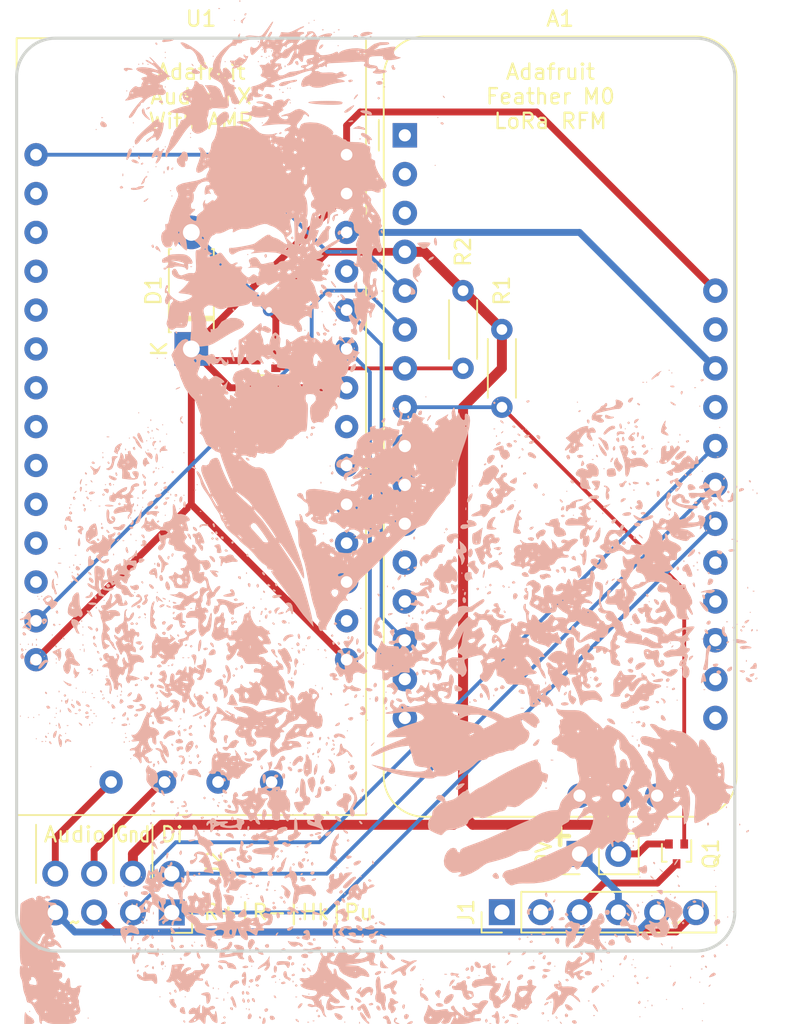
<source format=kicad_pcb>
(kicad_pcb (version 20211014) (generator pcbnew)
  (layers (0 "F.Cu" signal) (31 "B.Cu" signal) (34 "B.Paste" user) (35 "F.Paste" user) (36 "B.SilkS" user "B.Silkscreen") (37 "F.SilkS" user "F.Silkscreen") (38 "B.Mask" user) (39 "F.Mask" user) (44 "Edge.Cuts" user))
  (net 0 "")
  (net 4 "GND")
  (net 16 "ARST")
  (net 38 "AAct")
  (net 39 "AGATE")
  (net 42 "RGATE")
  (net 43 "Net-(U1-Pad24)")
  (net 44 "Net-(U1-Pad23)")
  (net 45 "SW_DIAL_PULSE")
  (net 46 "SW_DIAL")
  (net 47 "SW_HOOK")
  (net 51 "/9V Pow")
  (net 52 "/Audio L-")
  (net 53 "/Audio L+")
  (net 54 "/Audio VBUS")
  (net 55 "/Audio Vin")
  (net 56 "/Audio GND")
  (net 57 "/Ringer GND")
  (net 58 "/Ringer AC B")
  (net 59 "/Ringer AC A")
  (footprint "Resistor_THT:R_Axial_DIN0204_L3.6mm_D1.6mm_P5.08mm_Horizontal" (layer "F.Cu") (at 100.33 93.98 90)
    (fp_text reference "R1" (at 7.62 0 90) (layer "F.SilkS"))
    (fp_text value "3.3k")
    (pad "1" thru_hole circle (at 0 0 90) (size 1.4 1.4) (drill 0.7) (layers *.Cu *.Mask) (net 42 "RGATE"))
    (pad "2" thru_hole oval (at 5.08 0 90) (size 1.4 1.4) (drill 0.7) (layers *.Cu *.Mask) (net 4 "GND"))
  )
  (footprint "Resistor_THT:R_Axial_DIN0204_L3.6mm_D1.6mm_P5.08mm_Horizontal" (layer "F.Cu") (at 97.79 91.44 90)
    (fp_text reference "R2" (at 7.62 0 90) (layer "F.SilkS"))
    (fp_text value "3.3k")
    (pad "1" thru_hole circle (at 0 0 90) (size 1.4 1.4) (drill 0.7) (layers *.Cu *.Mask) (net 39 "AGATE"))
    (pad "2" thru_hole oval (at 5.08 0 90) (size 1.4 1.4) (drill 0.7) (layers *.Cu *.Mask) (net 4 "GND"))
  )
  (footprint "ld_components:Adafruit Audio FX + Amp" (layer "F.Cu") (at 80.01 77.47 -90)
    (fp_text reference "U1" (at -8.89 -0.635 unlocked) (layer "F.SilkS"))
    (fp_text value "Adafruit_Audio_FX_+_Amp")
    (pad "1" thru_hole circle (at 0 10.16 270) (size 1.524 1.524) (drill 0.762) (layers *.Cu *.Mask) (net 16 "ARST"))
    (pad "2" thru_hole circle (at 2.54 10.16 270) (size 1.524 1.524) (drill 0.762) (layers *.Cu *.Mask))
    (pad "3" thru_hole circle (at 5.08 10.16 270) (size 1.524 1.524) (drill 0.762) (layers *.Cu *.Mask))
    (pad "4" thru_hole circle (at 7.62 10.16 270) (size 1.524 1.524) (drill 0.762) (layers *.Cu *.Mask))
    (pad "5" thru_hole circle (at 10.16 10.16 270) (size 1.524 1.524) (drill 0.762) (layers *.Cu *.Mask))
    (pad "6" thru_hole circle (at 12.7 10.16 270) (size 1.524 1.524) (drill 0.762) (layers *.Cu *.Mask))
    (pad "7" thru_hole circle (at 15.24 10.16 270) (size 1.524 1.524) (drill 0.762) (layers *.Cu *.Mask))
    (pad "8" thru_hole circle (at 17.78 10.16 270) (size 1.524 1.524) (drill 0.762) (layers *.Cu *.Mask))
    (pad "9" thru_hole circle (at 20.32 10.16 270) (size 1.524 1.524) (drill 0.762) (layers *.Cu *.Mask))
    (pad "10" thru_hole circle (at 22.86 10.16 270) (size 1.524 1.524) (drill 0.762) (layers *.Cu *.Mask))
    (pad "11" thru_hole circle (at 25.4 10.16 270) (size 1.524 1.524) (drill 0.762) (layers *.Cu *.Mask))
    (pad "12" thru_hole circle (at 27.94 10.16 270) (size 1.524 1.524) (drill 0.762) (layers *.Cu *.Mask))
    (pad "13" thru_hole circle (at 30.48 10.16 270) (size 1.524 1.524) (drill 0.762) (layers *.Cu *.Mask) (net 38 "AAct"))
    (pad "14" thru_hole circle (at 33.02 10.16 270) (size 1.524 1.524) (drill 0.762) (layers *.Cu *.Mask) (net 56 "/Audio GND"))
    (pad "15" thru_hole circle (at 33.02 -10.16 270) (size 1.524 1.524) (drill 0.762) (layers *.Cu *.Mask) (net 56 "/Audio GND"))
    (pad "16" thru_hole circle (at 30.48 -10.16 270) (size 1.524 1.524) (drill 0.762) (layers *.Cu *.Mask))
    (pad "17" thru_hole circle (at 27.94 -10.16 270) (size 1.524 1.524) (drill 0.762) (layers *.Cu *.Mask))
    (pad "18" thru_hole circle (at 25.4 -10.16 270) (size 1.524 1.524) (drill 0.762) (layers *.Cu *.Mask) (net 56 "/Audio GND"))
    (pad "19" thru_hole circle (at 22.86 -10.16 270) (size 1.524 1.524) (drill 0.762) (layers *.Cu *.Mask))
    (pad "20" thru_hole circle (at 20.32 -10.16 270) (size 1.524 1.524) (drill 0.762) (layers *.Cu *.Mask))
    (pad "21" thru_hole circle (at 17.78 -10.16 270) (size 1.524 1.524) (drill 0.762) (layers *.Cu *.Mask))
    (pad "22" thru_hole circle (at 15.24 -10.16 270) (size 1.524 1.524) (drill 0.762) (layers *.Cu *.Mask) (net 56 "/Audio GND"))
    (pad "23" thru_hole circle (at 12.7 -10.16 270) (size 1.524 1.524) (drill 0.762) (layers *.Cu *.Mask) (net 44 "Net-(U1-Pad23)"))
    (pad "24" thru_hole circle (at 10.16 -10.16 270) (size 1.524 1.524) (drill 0.762) (layers *.Cu *.Mask) (net 43 "Net-(U1-Pad24)"))
    (pad "25" thru_hole circle (at 7.62 -10.16 270) (size 1.524 1.524) (drill 0.762) (layers *.Cu *.Mask))
    (pad "26" thru_hole circle (at 5.08 -10.16 270) (size 1.524 1.524) (drill 0.762) (layers *.Cu *.Mask) (net 54 "/Audio VBUS"))
    (pad "27" thru_hole circle (at 2.54 -10.16 270) (size 1.524 1.524) (drill 0.762) (layers *.Cu *.Mask) (net 56 "/Audio GND"))
    (pad "28" thru_hole circle (at 0 -10.16 270) (size 1.524 1.524) (drill 0.762) (layers *.Cu *.Mask) (net 55 "/Audio Vin"))
    (pad "29" thru_hole circle (at 41.02 5.25 270) (size 1.524 1.524) (drill 0.762) (layers *.Cu *.Mask) (net 53 "/Audio L+"))
    (pad "30" thru_hole circle (at 41.02 1.75 270) (size 1.524 1.524) (drill 0.762) (layers *.Cu *.Mask) (net 52 "/Audio L-"))
    (pad "31" thru_hole circle (at 41.02 -1.75 270) (size 1.524 1.524) (drill 0.762) (layers *.Cu *.Mask))
    (pad "32" thru_hole circle (at 41.02 -5.25 270) (size 1.524 1.524) (drill 0.762) (layers *.Cu *.Mask))
  )
  (footprint "Diode_THT:D_DO-41_SOD81_P7.62mm_Horizontal" (layer "F.Cu") (at 80.01 90.17 90)
    (fp_text reference "D1" (at 3.81 -2.47 90) (layer "F.SilkS"))
    (fp_text value "D_Schottky")
    (fp_text user "K" (at 0 -2.1 90) (layer "F.SilkS"))
    (pad "1" thru_hole rect (at 0 0 90) (size 2.2 2.2) (drill 1.1) (layers *.Cu *.Mask) (net 56 "/Audio GND"))
    (pad "2" thru_hole oval (at 7.62 0 90) (size 2.2 2.2) (drill 1.1) (layers *.Cu *.Mask) (net 4 "GND"))
  )
  (footprint "Package_TO_SOT_SMD:SOT-416" (layer "F.Cu") (at 84.89 90.932 180)
    (fp_text reference "Q2" (at 0 -2.25) (layer "F.SilkS"))
    (fp_text value "Q_NMOS_GSD")
    (pad "1" smd rect (at -0.65 -0.5 180) (size 0.6 0.5) (layers "F.Cu" "F.Paste" "F.Mask") (net 39 "AGATE"))
    (pad "2" smd rect (at -0.65 0.5 180) (size 0.6 0.5) (layers "F.Cu" "F.Paste" "F.Mask") (net 4 "GND"))
    (pad "3" smd rect (at 0.65 0 180) (size 0.6 0.5) (layers "F.Cu" "F.Paste" "F.Mask") (net 56 "/Audio GND"))
  )
  (footprint "Connector_PinHeader_2.54mm:PinHeader_1x06_P2.54mm_Vertical" (layer "F.Cu") (at 100.33 127 90)
    (fp_text reference "J1" (at 0 -2.33 90) (layer "F.SilkS"))
    (fp_text value "Ringer Module")
    (pad "1" thru_hole rect (at 0 0 90) (size 1.7 1.7) (drill 1) (layers *.Cu *.Mask))
    (pad "2" thru_hole oval (at 0 2.54 90) (size 1.7 1.7) (drill 1) (layers *.Cu *.Mask))
    (pad "3" thru_hole oval (at 0 5.08 90) (size 1.7 1.7) (drill 1) (layers *.Cu *.Mask) (net 57 "/Ringer GND"))
    (pad "4" thru_hole oval (at 0 7.62 90) (size 1.7 1.7) (drill 1) (layers *.Cu *.Mask) (net 51 "/9V Pow"))
    (pad "5" thru_hole oval (at 0 10.16 90) (size 1.7 1.7) (drill 1) (layers *.Cu *.Mask) (net 58 "/Ringer AC B"))
    (pad "6" thru_hole oval (at 0 12.7 90) (size 1.7 1.7) (drill 1) (layers *.Cu *.Mask) (net 59 "/Ringer AC A"))
  )
  (footprint "ld_components:rusty" (layer "F.Cu") (at 92.964 98.044)
    (fp_text reference "G***" (at 0 0) (layer "B.SilkS") (effects (font (size 1.524 1.524) (thickness 0.3)) (justify mirror)))
    (fp_text value "LOGO" hide)
  )
  (footprint "Connector_PinHeader_2.54mm:PinHeader_1x02_P2.54mm_Vertical" (layer "F.Cu") (at 105.41 123.19 90)
    (fp_text reference "9V" (at 0 -2.33 90) (layer "F.SilkS"))
    (fp_text value "9V")
    (pad "1" thru_hole rect (at 0 0 90) (size 1.7 1.7) (drill 1) (layers *.Cu *.Mask) (net 51 "/9V Pow"))
    (pad "2" thru_hole oval (at 0 2.54 90) (size 1.7 1.7) (drill 1) (layers *.Cu *.Mask) (net 4 "GND"))
  )
  (footprint "Package_TO_SOT_SMD:SOT-416" (layer "F.Cu") (at 111.76 123.19 -90)
    (fp_text reference "Q1" (at 0 -2.25 90) (layer "F.SilkS"))
    (fp_text value "Q_NMOS_GSD")
    (pad "1" smd rect (at -0.65 -0.5 270) (size 0.6 0.5) (layers "F.Cu" "F.Paste" "F.Mask") (net 42 "RGATE"))
    (pad "2" smd rect (at -0.65 0.5 270) (size 0.6 0.5) (layers "F.Cu" "F.Paste" "F.Mask") (net 4 "GND"))
    (pad "3" smd rect (at 0.65 0 270) (size 0.6 0.5) (layers "F.Cu" "F.Paste" "F.Mask") (net 57 "/Ringer GND"))
  )
  (footprint "ld_components:Adafruit_Feather_M0_RFM" (layer "F.Cu") (at 93.98 76.2)
    (fp_text reference "A1" (at 10.16 -7.62) (layer "F.SilkS"))
    (fp_text value "Adafruit_Feather_M0_RFM9x_LoRa_Radio")
    (pad "1" thru_hole rect (at 0 0 180) (size 1.6 1.6) (drill 0.8) (layers *.Cu *.Mask))
    (pad "2" thru_hole circle (at 0 2.54 180) (size 1.6 1.6) (drill 0.8) (layers *.Cu *.Mask))
    (pad "3" thru_hole circle (at 0 5.08 180) (size 1.6 1.6) (drill 0.8) (layers *.Cu *.Mask))
    (pad "4" thru_hole circle (at 0 7.62 180) (size 1.6 1.6) (drill 0.8) (layers *.Cu *.Mask) (net 4 "GND"))
    (pad "5" thru_hole circle (at 0 10.16 180) (size 1.6 1.6) (drill 0.8) (layers *.Cu *.Mask) (net 16 "ARST"))
    (pad "6" thru_hole circle (at 0 12.7 180) (size 1.6 1.6) (drill 0.8) (layers *.Cu *.Mask) (net 38 "AAct"))
    (pad "7" thru_hole circle (at 0 15.24 180) (size 1.6 1.6) (drill 0.8) (layers *.Cu *.Mask) (net 39 "AGATE"))
    (pad "8" thru_hole circle (at 0 17.78 180) (size 1.6 1.6) (drill 0.8) (layers *.Cu *.Mask) (net 42 "RGATE"))
    (pad "9" thru_hole circle (at 0 20.32 180) (size 1.6 1.6) (drill 0.8) (layers *.Cu *.Mask))
    (pad "10" thru_hole circle (at 0 22.86 180) (size 1.6 1.6) (drill 0.8) (layers *.Cu *.Mask))
    (pad "11" thru_hole circle (at 0 25.4 180) (size 1.6 1.6) (drill 0.8) (layers *.Cu *.Mask))
    (pad "12" thru_hole circle (at 0 27.94 180) (size 1.6 1.6) (drill 0.8) (layers *.Cu *.Mask))
    (pad "13" thru_hole circle (at 0 30.48 180) (size 1.6 1.6) (drill 0.8) (layers *.Cu *.Mask))
    (pad "14" thru_hole circle (at 0 33.02 180) (size 1.6 1.6) (drill 0.8) (layers *.Cu *.Mask) (net 43 "Net-(U1-Pad24)"))
    (pad "15" thru_hole circle (at 0 35.56 180) (size 1.6 1.6) (drill 0.8) (layers *.Cu *.Mask) (net 44 "Net-(U1-Pad23)"))
    (pad "16" thru_hole circle (at 0 38.1 180) (size 1.6 1.6) (drill 0.8) (layers *.Cu *.Mask))
    (pad "17" thru_hole circle (at 20.32 38.1 180) (size 1.6 1.6) (drill 0.8) (layers *.Cu *.Mask))
    (pad "18" thru_hole circle (at 20.32 35.56 180) (size 1.6 1.6) (drill 0.8) (layers *.Cu *.Mask))
    (pad "19" thru_hole circle (at 20.32 33.02 180) (size 1.6 1.6) (drill 0.8) (layers *.Cu *.Mask))
    (pad "20" thru_hole circle (at 20.32 30.48 180) (size 1.6 1.6) (drill 0.8) (layers *.Cu *.Mask))
    (pad "21" thru_hole circle (at 20.32 27.94 180) (size 1.6 1.6) (drill 0.8) (layers *.Cu *.Mask))
    (pad "22" thru_hole circle (at 20.32 25.4 180) (size 1.6 1.6) (drill 0.8) (layers *.Cu *.Mask) (net 45 "SW_DIAL_PULSE"))
    (pad "23" thru_hole circle (at 20.32 22.86 180) (size 1.6 1.6) (drill 0.8) (layers *.Cu *.Mask) (net 46 "SW_DIAL"))
    (pad "24" thru_hole circle (at 20.32 20.32 180) (size 1.6 1.6) (drill 0.8) (layers *.Cu *.Mask) (net 47 "SW_HOOK"))
    (pad "25" thru_hole circle (at 20.32 17.78 180) (size 1.6 1.6) (drill 0.8) (layers *.Cu *.Mask))
    (pad "26" thru_hole circle (at 20.32 15.24 180) (size 1.6 1.6) (drill 0.8) (layers *.Cu *.Mask) (net 54 "/Audio VBUS"))
    (pad "27" thru_hole circle (at 20.32 12.7 180) (size 1.6 1.6) (drill 0.8) (layers *.Cu *.Mask))
    (pad "28" thru_hole circle (at 20.32 10.16 180) (size 1.6 1.6) (drill 0.8) (layers *.Cu *.Mask) (net 55 "/Audio Vin"))
    (pad "30" thru_hole circle (at 11.43 43.18 180) (size 1.6 1.6) (drill 0.8) (layers *.Cu *.Mask))
    (pad "31" thru_hole circle (at 13.97 43.18 180) (size 1.6 1.6) (drill 0.8) (layers *.Cu *.Mask))
    (pad "32" thru_hole circle (at 16.51 43.18 180) (size 1.6 1.6) (drill 0.8) (layers *.Cu *.Mask))
  )
  (footprint "Connector_PinSocket_2.54mm:PinSocket_2x04_P2.54mm_Vertical" (layer "F.Cu") (at 78.73 127.02 -90)
    (fp_text reference "J2" (at -3.195 -2.77 90) (layer "F.SilkS"))
    (fp_text value "Phone Body")
    (pad "1" thru_hole rect (at 0 0 270) (size 1.7 1.7) (drill 1) (layers *.Cu *.Mask) (net 45 "SW_DIAL_PULSE"))
    (pad "2" thru_hole oval (at -2.54 0 270) (size 1.7 1.7) (drill 1) (layers *.Cu *.Mask) (net 46 "SW_DIAL"))
    (pad "3" thru_hole oval (at 0 2.54 270) (size 1.7 1.7) (drill 1) (layers *.Cu *.Mask) (net 47 "SW_HOOK"))
    (pad "4" thru_hole oval (at -2.54 2.54 270) (size 1.7 1.7) (drill 1) (layers *.Cu *.Mask) (net 4 "GND"))
    (pad "5" thru_hole oval (at 0 5.08 270) (size 1.7 1.7) (drill 1) (layers *.Cu *.Mask) (net 59 "/Ringer AC A"))
    (pad "6" thru_hole oval (at -2.54 5.08 270) (size 1.7 1.7) (drill 1) (layers *.Cu *.Mask) (net 52 "/Audio L-"))
    (pad "7" thru_hole oval (at 0 7.62 270) (size 1.7 1.7) (drill 1) (layers *.Cu *.Mask) (net 58 "/Ringer AC B"))
    (pad "8" thru_hole oval (at -2.54 7.62 270) (size 1.7 1.7) (drill 1) (layers *.Cu *.Mask) (net 53 "/Audio L+"))
  )
  (gr_line (start 69.85 121.285) (end 69.85 125.095) (layer "F.SilkS") (width 0.12))
  (gr_line (start 77.47 125.095) (end 77.47 121.285) (layer "F.SilkS") (width 0.12))
  (gr_line (start 74.92 125.095) (end 74.92 121.285) (layer "F.SilkS") (width 0.12))
  (gr_arc (start 71.12 129.54) (mid 69.323949 128.796051) (end 68.58 127) (layer "Edge.Cuts") (width 0.2))
  (gr_line (start 71.12 129.54) (end 113.03 129.54) (layer "Edge.Cuts") (width 0.2))
  (gr_arc (start 113.03 69.85) (mid 114.826051 70.593949) (end 115.57 72.39) (layer "Edge.Cuts") (width 0.2))
  (gr_line (start 68.58 72.39) (end 68.58 127) (layer "Edge.Cuts") (width 0.2))
  (gr_line (start 115.57 72.39) (end 115.57 127) (layer "Edge.Cuts") (width 0.2))
  (gr_arc (start 68.58 72.39) (mid 69.323949 70.593949) (end 71.12 69.85) (layer "Edge.Cuts") (width 0.2))
  (gr_line (start 71.12 69.85) (end 113.03 69.85) (layer "Edge.Cuts") (width 0.2))
  (gr_arc (start 115.57 127) (mid 114.826051 128.796051) (end 113.03 129.54) (layer "Edge.Cuts") (width 0.2))
  (gr_text "~" (at 111.76 127.635) (layer "F.SilkS") (effects (font (size 1 1))))
  (gr_text "Di" (at 78.74 121.92) (layer "F.SilkS") (effects (font (size 1 1))))
  (gr_text "Audio" (at 72.39 121.92) (layer "F.SilkS") (effects (font (size 1 1))))
  (gr_text "~" (at 72.39 127.635) (layer "F.SilkS") (effects (font (size 1 1))))
  (gr_text "Adafruit\nFeather M0\nLoRa RFM" (at 103.505 73.66) (layer "F.SilkS") (effects (font (size 1 1))))
  (gr_text "Adafruit\nAudio FX\nWith AMP" (at 80.645 73.66) (layer "F.SilkS") (effects (font (size 1 1))))
  (gr_text "Gnd" (at 76.2 121.92) (layer "F.SilkS") (effects (font (size 1 0.8))))
  (gr_text "R+|R-|Hk|Pu" (at 86.36 127) (layer "F.SilkS") (effects (font (size 1 1))))
  (gr_text "+" (at 104.14 121.92) (layer "F.SilkS") (effects (font (size 1.5 1.5) (thickness 0.3))))
  (segment (start 107.95 123.19) (end 109.22 123.19) (width 0.45) (layer "F.Cu") (net 4))
  (segment (start 88.9 83.82) (end 85.109336 87.610664) (width 0.5) (layer "F.Cu") (net 4))
  (segment (start 97.79 120.65) (end 98.425 121.285) (width 0.65) (layer "F.Cu") (net 4))
  (segment (start 106.68 121.285) (end 107.95 122.555) (width 0.65) (layer "F.Cu") (net 4))
  (segment (start 85.54 88.041328) (end 85.54 90.432) (width 0.45) (layer "F.Cu") (net 4))
  (segment (start 85.501328 88.041328) (end 85.54 88.041328) (width 0.45) (layer "F.Cu") (net 4))
  (segment (start 109.87 122.54) (end 111.26 122.54) (width 0.45) (layer "F.Cu") (net 4))
  (segment (start 97.16 121.285) (end 97.16 121.28) (width 0.45) (layer "F.Cu") (net 4))
  (segment (start 97.79 86.36) (end 100.33 88.9) (width 0.65) (layer "F.Cu") (net 4))
  (segment (start 93.98 83.82) (end 88.9 83.82) (width 0.5) (layer "F.Cu") (net 4))
  (segment (start 109.22 123.19) (end 109.87 122.54) (width 0.45) (layer "F.Cu") (net 4))
  (segment (start 93.98 83.82) (end 95.25 83.82) (width 0.65) (layer "F.Cu") (net 4))
  (segment (start 100.33 91.44) (end 97.79 93.98) (width 0.65) (layer "F.Cu") (net 4))
  (segment (start 76.19 124.48) (end 76.19 123.2) (width 0.65) (layer "F.Cu") (net 4))
  (segment (start 100.33 88.9) (end 100.33 91.44) (width 0.65) (layer "F.Cu") (net 4))
  (segment (start 76.19 123.2) (end 78.105 121.285) (width 0.65) (layer "F.Cu") (net 4))
  (segment (start 97.79 120.65) (end 97.79 93.98) (width 0.65) (layer "F.Cu") (net 4))
  (segment (start 106.045 121.285) (end 106.68 121.285) (width 0.65) (layer "F.Cu") (net 4))
  (segment (start 95.25 83.82) (end 97.79 86.36) (width 0.65) (layer "F.Cu") (net 4))
  (segment (start 107.95 122.555) (end 107.95 123.19) (width 0.65) (layer "F.Cu") (net 4))
  (segment (start 78.105 121.285) (end 97.16 121.285) (width 0.65) (layer "F.Cu") (net 4))
  (segment (start 98.425 121.285) (end 106.045 121.285) (width 0.65) (layer "F.Cu") (net 4))
  (segment (start 85.09 87.63) (end 85.501328 88.041328) (width 0.45) (layer "F.Cu") (net 4))
  (segment (start 97.16 121.28) (end 97.79 120.65) (width 0.65) (layer "F.Cu") (net 4))
  (segment (start 85.109336 87.610664) (end 85.54 88.041328) (width 0.45) (layer "F.Cu") (net 4))
  (via (at 85.09 87.63) (size 0.8) (drill 0.4) (layers "F.Cu" "B.Cu") (net 4))
  (segment (start 80.01 82.55) (end 85.09 87.63) (width 0.45) (layer "B.Cu") (net 4))
  (segment (start 82.55 77.47) (end 69.85 77.47) (width 0.25) (layer "B.Cu") (net 16))
  (segment (start 91.44 83.82) (end 88.9 83.82) (width 0.25) (layer "B.Cu") (net 16))
  (segment (start 88.9 83.82) (end 82.55 77.47) (width 0.25) (layer "B.Cu") (net 16))
  (segment (start 93.98 86.36) (end 91.44 83.82) (width 0.25) (layer "B.Cu") (net 16))
  (segment (start 87.884 89.916) (end 87.884 87.376) (width 0.25) (layer "B.Cu") (net 38))
  (segment (start 69.85 107.95) (end 87.884 89.916) (width 0.25) (layer "B.Cu") (net 38))
  (segment (start 87.884 87.376) (end 88.9 86.36) (width 0.25) (layer "B.Cu") (net 38))
  (segment (start 91.44 86.36) (end 93.98 88.9) (width 0.25) (layer "B.Cu") (net 38))
  (segment (start 88.9 86.36) (end 91.44 86.36) (width 0.25) (layer "B.Cu") (net 38))
  (segment (start 93.98 91.44) (end 85.42 91.44) (width 0.25) (layer "F.Cu") (net 39))
  (segment (start 97.79 91.44) (end 93.98 91.44) (width 0.25) (layer "F.Cu") (net 39))
  (segment (start 85.42 91.44) (end 85.39 91.41) (width 0.25) (layer "F.Cu") (net 39))
  (segment (start 112.26 105.91) (end 112.26 122.54) (width 0.25) (layer "F.Cu") (net 42))
  (segment (start 100.33 93.98) (end 112.26 105.91) (width 0.25) (layer "F.Cu") (net 42))
  (segment (start 93.98 93.98) (end 100.33 93.98) (width 0.25) (layer "B.Cu") (net 42))
  (segment (start 92.456 107.696) (end 93.98 109.22) (width 0.25) (layer "B.Cu") (net 43))
  (segment (start 90.17 87.63) (end 92.456 89.916) (width 0.25) (layer "B.Cu") (net 43))
  (segment (start 92.456 89.916) (end 92.456 107.696) (width 0.25) (layer "B.Cu") (net 43))
  (segment (start 91.694 109.474) (end 93.98 111.76) (width 0.25) (layer "B.Cu") (net 44))
  (segment (start 91.694 91.694) (end 91.694 109.474) (width 0.25) (layer "B.Cu") (net 44))
  (segment (start 90.17 90.17) (end 91.694 91.694) (width 0.25) (layer "B.Cu") (net 44))
  (segment (start 88.88 127.02) (end 114.3 101.6) (width 0.25) (layer "B.Cu") (net 45))
  (segment (start 78.73 127.02) (end 88.88 127.02) (width 0.25) (layer "B.Cu") (net 45))
  (segment (start 78.73 124.48) (end 88.88 124.48) (width 0.25) (layer "B.Cu") (net 46))
  (segment (start 88.88 124.48) (end 114.3 99.06) (width 0.25) (layer "B.Cu") (net 46))
  (segment (start 114.3 96.52) (end 88.392 122.428) (width 0.25) (layer "B.Cu") (net 47))
  (segment (start 88.392 122.428) (end 78.994 122.428) (width 0.25) (layer "B.Cu") (net 47))
  (segment (start 78.994 122.428) (end 77.47 123.952) (width 0.25) (layer "B.Cu") (net 47))
  (segment (start 77.47 125.74) (end 76.19 127.02) (width 0.25) (layer "B.Cu") (net 47))
  (segment (start 77.47 123.952) (end 77.47 125.74) (width 0.25) (layer "B.Cu") (net 47))
  (segment (start 107.95 125.73) (end 107.95 127) (width 0.45) (layer "B.Cu") (net 51))
  (segment (start 105.41 123.19) (end 107.95 125.73) (width 0.45) (layer "B.Cu") (net 51))
  (segment (start 78.106 118.49) (end 78.26 118.49) (width 0.45) (layer "F.Cu") (net 52))
  (segment (start 73.65 124.48) (end 73.65 122.946) (width 0.45) (layer "F.Cu") (net 52))
  (segment (start 73.65 122.946) (end 78.106 118.49) (width 0.45) (layer "F.Cu") (net 52))
  (segment (start 71.11 122.14) (end 74.76 118.49) (width 0.45) (layer "F.Cu") (net 53))
  (segment (start 71.11 124.48) (end 71.11 122.14) (width 0.45) (layer "F.Cu") (net 53))
  (segment (start 105.41 82.55) (end 114.3 91.44) (width 0.45) (layer "B.Cu") (net 54))
  (segment (start 90.17 82.55) (end 105.41 82.55) (width 0.45) (layer "B.Cu") (net 54))
  (segment (start 90.17 77.47) (end 90.17 75.565) (width 0.45) (layer "F.Cu") (net 55))
  (segment (start 90.17 75.565) (end 91.059 74.676) (width 0.45) (layer "F.Cu") (net 55))
  (segment (start 91.059 74.676) (end 102.616 74.676) (width 0.45) (layer "F.Cu") (net 55))
  (segment (start 102.616 74.676) (end 114.3 86.36) (width 0.45) (layer "F.Cu") (net 55))
  (segment (start 80.01 100.33) (end 69.85 110.49) (width 0.45) (layer "F.Cu") (net 56))
  (segment (start 82.55 92.71) (end 90.17 92.71) (width 0.45) (layer "F.Cu") (net 56))
  (segment (start 80.01 100.33) (end 90.17 110.49) (width 0.45) (layer "F.Cu") (net 56))
  (segment (start 90.17 80.01) (end 80.01 90.17) (width 0.45) (layer "F.Cu") (net 56))
  (segment (start 80.01 90.17) (end 82.55 92.71) (width 0.45) (layer "F.Cu") (net 56))
  (segment (start 80.772 90.932) (end 80.01 90.17) (width 0.45) (layer "F.Cu") (net 56))
  (segment (start 84.24 90.932) (end 80.772 90.932) (width 0.45) (layer "F.Cu") (net 56))
  (segment (start 80.01 90.17) (end 80.01 100.33) (width 0.45) (layer "F.Cu") (net 56))
  (segment (start 111.76 123.84) (end 110.505 125.095) (width 0.45) (layer "F.Cu") (net 57))
  (segment (start 106.9975 125.095) (end 105.41 126.6825) (width 0.45) (layer "F.Cu") (net 57))
  (segment (start 105.41 126.6825) (end 105.41 127) (width 0.45) (layer "F.Cu") (net 57))
  (segment (start 110.505 125.095) (end 106.9975 125.095) (width 0.45) (layer "F.Cu") (net 57))
  (segment (start 71.11 127.02) (end 71.11 127.01) (width 0.25) (layer "F.Cu") (net 58))
  (segment (start 71.11 127.02) (end 72.385 128.295) (width 0.45) (layer "B.Cu") (net 58))
  (segment (start 109.195 128.295) (end 110.49 127) (width 0.45) (layer "B.Cu") (net 58))
  (segment (start 72.385 128.295) (end 109.195 128.295) (width 0.45) (layer "B.Cu") (net 58))
  (segment (start 74.925 128.295) (end 111.735 128.295) (width 0.45) (layer "F.Cu") (net 59))
  (segment (start 73.65 127.02) (end 74.925 128.295) (width 0.45) (layer "F.Cu") (net 59))
  (segment (start 111.735 128.295) (end 113.03 127) (width 0.45) (layer "F.Cu") (net 59))
)
</source>
